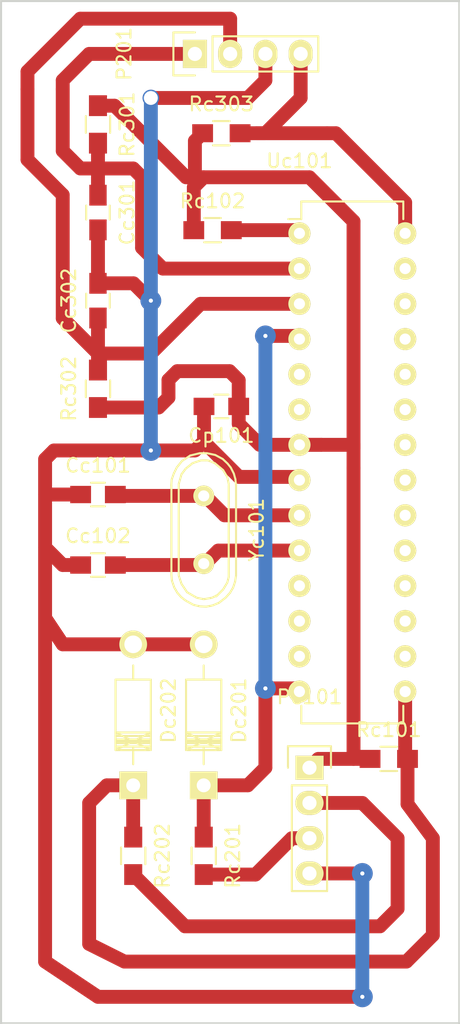
<source format=kicad_pcb>
(kicad_pcb (version 4) (host pcbnew 4.0.0-stable)

  (general
    (links 37)
    (no_connects 0)
    (area 125.654999 86.919999 158.825001 160.730001)
    (thickness 1.6)
    (drawings 4)
    (tracks 149)
    (zones 0)
    (modules 18)
    (nets 30)
  )

  (page A4)
  (layers
    (0 F.Cu signal)
    (31 B.Cu signal)
    (32 B.Adhes user hide)
    (33 F.Adhes user)
    (34 B.Paste user hide)
    (35 F.Paste user)
    (36 B.SilkS user hide)
    (37 F.SilkS user)
    (38 B.Mask user hide)
    (39 F.Mask user)
    (40 Dwgs.User user)
    (41 Cmts.User user)
    (42 Eco1.User user)
    (43 Eco2.User user)
    (44 Edge.Cuts user)
    (45 Margin user)
    (46 B.CrtYd user)
    (47 F.CrtYd user)
    (48 B.Fab user hide)
    (49 F.Fab user)
  )

  (setup
    (last_trace_width 1)
    (trace_clearance 1)
    (zone_clearance 0.508)
    (zone_45_only no)
    (trace_min 0.2)
    (segment_width 0.2)
    (edge_width 0.15)
    (via_size 1.5)
    (via_drill 0.3)
    (via_min_size 0.4)
    (via_min_drill 0.3)
    (uvia_size 0.3)
    (uvia_drill 0.1)
    (uvias_allowed no)
    (uvia_min_size 0.2)
    (uvia_min_drill 0.1)
    (pcb_text_width 0.3)
    (pcb_text_size 1.5 1.5)
    (mod_edge_width 0.15)
    (mod_text_size 1 1)
    (mod_text_width 0.15)
    (pad_size 1.524 1.524)
    (pad_drill 0.762)
    (pad_to_mask_clearance 0.2)
    (aux_axis_origin 0 0)
    (grid_origin 125.095 83.82)
    (visible_elements 7FFFFFFF)
    (pcbplotparams
      (layerselection 0x00030_80000001)
      (usegerberextensions false)
      (excludeedgelayer true)
      (linewidth 0.100000)
      (plotframeref false)
      (viasonmask false)
      (mode 1)
      (useauxorigin false)
      (hpglpennumber 1)
      (hpglpenspeed 20)
      (hpglpendiameter 15)
      (hpglpenoverlay 2)
      (psnegative false)
      (psa4output false)
      (plotreference true)
      (plotvalue true)
      (plotinvisibletext false)
      (padsonsilk false)
      (subtractmaskfromsilk false)
      (outputformat 1)
      (mirror false)
      (drillshape 0)
      (scaleselection 1)
      (outputdirectory C:/Users/thesi/Desktop/))
  )

  (net 0 "")
  (net 1 "Net-(Rc102-Pad2)")
  (net 2 "Net-(Cc301-Pad1)")
  (net 3 "Net-(Cc302-Pad1)")
  (net 4 "Net-(Dc201-Pad1)")
  (net 5 "Net-(Uc101-Pad5)")
  (net 6 "Net-(Uc101-Pad6)")
  (net 7 VCC)
  (net 8 GND)
  (net 9 "Net-(Cc101-Pad2)")
  (net 10 "Net-(Cc102-Pad2)")
  (net 11 "Net-(Uc101-Pad11)")
  (net 12 "Net-(Uc101-Pad12)")
  (net 13 "Net-(Uc101-Pad13)")
  (net 14 "Net-(Dc202-Pad1)")
  (net 15 "Net-(Uc101-Pad16)")
  (net 16 "Net-(Uc101-Pad17)")
  (net 17 "Net-(Uc101-Pad18)")
  (net 18 "Net-(Uc101-Pad19)")
  (net 19 "Net-(Uc101-Pad20)")
  (net 20 "Net-(Uc101-Pad21)")
  (net 21 "Net-(Uc101-Pad22)")
  (net 22 "Net-(Uc101-Pad23)")
  (net 23 "Net-(Uc101-Pad24)")
  (net 24 "Net-(Uc101-Pad25)")
  (net 25 "Net-(Uc101-Pad26)")
  (net 26 "Net-(Uc101-Pad27)")
  (net 27 "Net-(P201-Pad4)")
  (net 28 "Net-(Pc101-Pad2)")
  (net 29 "Net-(Pc101-Pad3)")

  (net_class Default "This is the default net class."
    (clearance 1)
    (trace_width 1)
    (via_dia 1.5)
    (via_drill 0.3)
    (uvia_dia 0.3)
    (uvia_drill 0.1)
    (add_net GND)
    (add_net "Net-(Cc101-Pad2)")
    (add_net "Net-(Cc102-Pad2)")
    (add_net "Net-(Cc301-Pad1)")
    (add_net "Net-(Cc302-Pad1)")
    (add_net "Net-(Dc201-Pad1)")
    (add_net "Net-(Dc202-Pad1)")
    (add_net "Net-(P201-Pad4)")
    (add_net "Net-(Pc101-Pad2)")
    (add_net "Net-(Pc101-Pad3)")
    (add_net "Net-(Rc102-Pad2)")
    (add_net "Net-(Uc101-Pad11)")
    (add_net "Net-(Uc101-Pad12)")
    (add_net "Net-(Uc101-Pad13)")
    (add_net "Net-(Uc101-Pad16)")
    (add_net "Net-(Uc101-Pad17)")
    (add_net "Net-(Uc101-Pad18)")
    (add_net "Net-(Uc101-Pad19)")
    (add_net "Net-(Uc101-Pad20)")
    (add_net "Net-(Uc101-Pad21)")
    (add_net "Net-(Uc101-Pad22)")
    (add_net "Net-(Uc101-Pad23)")
    (add_net "Net-(Uc101-Pad24)")
    (add_net "Net-(Uc101-Pad25)")
    (add_net "Net-(Uc101-Pad26)")
    (add_net "Net-(Uc101-Pad27)")
    (add_net "Net-(Uc101-Pad5)")
    (add_net "Net-(Uc101-Pad6)")
    (add_net VCC)
  )

  (module DIP-28_W7.62mm (layer F.Cu) (tedit 54130A77) (tstamp 57174B46)
    (at 147.2311 103.7336)
    (descr "28-lead dip package, row spacing 7.62 mm (300 mils)")
    (tags "dil dip 2.54 300")
    (path /57172233)
    (fp_text reference Uc101 (at 0 -5.22) (layer F.SilkS)
      (effects (font (size 1 1) (thickness 0.15)))
    )
    (fp_text value ATMEGA328P-P (at 0 -3.72) (layer F.Fab)
      (effects (font (size 1 1) (thickness 0.15)))
    )
    (fp_line (start -1.05 -2.45) (end -1.05 35.5) (layer F.CrtYd) (width 0.05))
    (fp_line (start 8.65 -2.45) (end 8.65 35.5) (layer F.CrtYd) (width 0.05))
    (fp_line (start -1.05 -2.45) (end 8.65 -2.45) (layer F.CrtYd) (width 0.05))
    (fp_line (start -1.05 35.5) (end 8.65 35.5) (layer F.CrtYd) (width 0.05))
    (fp_line (start 0.135 -2.295) (end 0.135 -1.025) (layer F.SilkS) (width 0.15))
    (fp_line (start 7.485 -2.295) (end 7.485 -1.025) (layer F.SilkS) (width 0.15))
    (fp_line (start 7.485 35.315) (end 7.485 34.045) (layer F.SilkS) (width 0.15))
    (fp_line (start 0.135 35.315) (end 0.135 34.045) (layer F.SilkS) (width 0.15))
    (fp_line (start 0.135 -2.295) (end 7.485 -2.295) (layer F.SilkS) (width 0.15))
    (fp_line (start 0.135 35.315) (end 7.485 35.315) (layer F.SilkS) (width 0.15))
    (fp_line (start 0.135 -1.025) (end -0.8 -1.025) (layer F.SilkS) (width 0.15))
    (pad 1 thru_hole oval (at 0 0) (size 1.6 1.6) (drill 0.8) (layers *.Cu *.Mask F.SilkS)
      (net 1 "Net-(Rc102-Pad2)"))
    (pad 2 thru_hole oval (at 0 2.54) (size 1.6 1.6) (drill 0.8) (layers *.Cu *.Mask F.SilkS)
      (net 2 "Net-(Cc301-Pad1)"))
    (pad 3 thru_hole oval (at 0 5.08) (size 1.6 1.6) (drill 0.8) (layers *.Cu *.Mask F.SilkS)
      (net 3 "Net-(Cc302-Pad1)"))
    (pad 4 thru_hole oval (at 0 7.62) (size 1.6 1.6) (drill 0.8) (layers *.Cu *.Mask F.SilkS)
      (net 4 "Net-(Dc201-Pad1)"))
    (pad 5 thru_hole oval (at 0 10.16) (size 1.6 1.6) (drill 0.8) (layers *.Cu *.Mask F.SilkS)
      (net 5 "Net-(Uc101-Pad5)"))
    (pad 6 thru_hole oval (at 0 12.7) (size 1.6 1.6) (drill 0.8) (layers *.Cu *.Mask F.SilkS)
      (net 6 "Net-(Uc101-Pad6)"))
    (pad 7 thru_hole oval (at 0 15.24) (size 1.6 1.6) (drill 0.8) (layers *.Cu *.Mask F.SilkS)
      (net 7 VCC))
    (pad 8 thru_hole oval (at 0 17.78) (size 1.6 1.6) (drill 0.8) (layers *.Cu *.Mask F.SilkS)
      (net 8 GND))
    (pad 9 thru_hole oval (at 0 20.32) (size 1.6 1.6) (drill 0.8) (layers *.Cu *.Mask F.SilkS)
      (net 9 "Net-(Cc101-Pad2)"))
    (pad 10 thru_hole oval (at 0 22.86) (size 1.6 1.6) (drill 0.8) (layers *.Cu *.Mask F.SilkS)
      (net 10 "Net-(Cc102-Pad2)"))
    (pad 11 thru_hole oval (at 0 25.4) (size 1.6 1.6) (drill 0.8) (layers *.Cu *.Mask F.SilkS)
      (net 11 "Net-(Uc101-Pad11)"))
    (pad 12 thru_hole oval (at 0 27.94) (size 1.6 1.6) (drill 0.8) (layers *.Cu *.Mask F.SilkS)
      (net 12 "Net-(Uc101-Pad12)"))
    (pad 13 thru_hole oval (at 0 30.48) (size 1.6 1.6) (drill 0.8) (layers *.Cu *.Mask F.SilkS)
      (net 13 "Net-(Uc101-Pad13)"))
    (pad 14 thru_hole oval (at 0 33.02) (size 1.6 1.6) (drill 0.8) (layers *.Cu *.Mask F.SilkS)
      (net 4 "Net-(Dc201-Pad1)"))
    (pad 15 thru_hole oval (at 7.62 33.02) (size 1.6 1.6) (drill 0.8) (layers *.Cu *.Mask F.SilkS)
      (net 14 "Net-(Dc202-Pad1)"))
    (pad 16 thru_hole oval (at 7.62 30.48) (size 1.6 1.6) (drill 0.8) (layers *.Cu *.Mask F.SilkS)
      (net 15 "Net-(Uc101-Pad16)"))
    (pad 17 thru_hole oval (at 7.62 27.94) (size 1.6 1.6) (drill 0.8) (layers *.Cu *.Mask F.SilkS)
      (net 16 "Net-(Uc101-Pad17)"))
    (pad 18 thru_hole oval (at 7.62 25.4) (size 1.6 1.6) (drill 0.8) (layers *.Cu *.Mask F.SilkS)
      (net 17 "Net-(Uc101-Pad18)"))
    (pad 19 thru_hole oval (at 7.62 22.86) (size 1.6 1.6) (drill 0.8) (layers *.Cu *.Mask F.SilkS)
      (net 18 "Net-(Uc101-Pad19)"))
    (pad 20 thru_hole oval (at 7.62 20.32) (size 1.6 1.6) (drill 0.8) (layers *.Cu *.Mask F.SilkS)
      (net 19 "Net-(Uc101-Pad20)"))
    (pad 21 thru_hole oval (at 7.62 17.78) (size 1.6 1.6) (drill 0.8) (layers *.Cu *.Mask F.SilkS)
      (net 20 "Net-(Uc101-Pad21)"))
    (pad 22 thru_hole oval (at 7.62 15.24) (size 1.6 1.6) (drill 0.8) (layers *.Cu *.Mask F.SilkS)
      (net 21 "Net-(Uc101-Pad22)"))
    (pad 23 thru_hole oval (at 7.62 12.7) (size 1.6 1.6) (drill 0.8) (layers *.Cu *.Mask F.SilkS)
      (net 22 "Net-(Uc101-Pad23)"))
    (pad 24 thru_hole oval (at 7.62 10.16) (size 1.6 1.6) (drill 0.8) (layers *.Cu *.Mask F.SilkS)
      (net 23 "Net-(Uc101-Pad24)"))
    (pad 25 thru_hole oval (at 7.62 7.62) (size 1.6 1.6) (drill 0.8) (layers *.Cu *.Mask F.SilkS)
      (net 24 "Net-(Uc101-Pad25)"))
    (pad 26 thru_hole oval (at 7.62 5.08) (size 1.6 1.6) (drill 0.8) (layers *.Cu *.Mask F.SilkS)
      (net 25 "Net-(Uc101-Pad26)"))
    (pad 27 thru_hole oval (at 7.62 2.54) (size 1.6 1.6) (drill 0.8) (layers *.Cu *.Mask F.SilkS)
      (net 26 "Net-(Uc101-Pad27)"))
    (pad 28 thru_hole oval (at 7.62 0) (size 1.6 1.6) (drill 0.8) (layers *.Cu *.Mask F.SilkS)
      (net 27 "Net-(P201-Pad4)"))
    (model Housings_DIP.3dshapes/DIP-28_W7.62mm.wrl
      (at (xyz 0 0 0))
      (scale (xyz 1 1 1))
      (rotate (xyz 0 0 0))
    )
  )

  (module Capacitors_SMD:C_0805_HandSoldering (layer F.Cu) (tedit 541A9B8D) (tstamp 57175403)
    (at 132.715 122.555)
    (descr "Capacitor SMD 0805, hand soldering")
    (tags "capacitor 0805")
    (path /57172761)
    (attr smd)
    (fp_text reference Cc101 (at 0 -2.1) (layer F.SilkS)
      (effects (font (size 1 1) (thickness 0.15)))
    )
    (fp_text value 22pF (at 0 2.1) (layer F.Fab)
      (effects (font (size 1 1) (thickness 0.15)))
    )
    (fp_line (start -2.3 -1) (end 2.3 -1) (layer F.CrtYd) (width 0.05))
    (fp_line (start -2.3 1) (end 2.3 1) (layer F.CrtYd) (width 0.05))
    (fp_line (start -2.3 -1) (end -2.3 1) (layer F.CrtYd) (width 0.05))
    (fp_line (start 2.3 -1) (end 2.3 1) (layer F.CrtYd) (width 0.05))
    (fp_line (start 0.5 -0.85) (end -0.5 -0.85) (layer F.SilkS) (width 0.15))
    (fp_line (start -0.5 0.85) (end 0.5 0.85) (layer F.SilkS) (width 0.15))
    (pad 1 smd rect (at -1.25 0) (size 1.5 1.25) (layers F.Cu F.Paste F.Mask)
      (net 8 GND))
    (pad 2 smd rect (at 1.25 0) (size 1.5 1.25) (layers F.Cu F.Paste F.Mask)
      (net 9 "Net-(Cc101-Pad2)"))
    (model Capacitors_SMD.3dshapes/C_0805_HandSoldering.wrl
      (at (xyz 0 0 0))
      (scale (xyz 1 1 1))
      (rotate (xyz 0 0 0))
    )
  )

  (module Capacitors_SMD:C_0805_HandSoldering (layer F.Cu) (tedit 541A9B8D) (tstamp 5717540F)
    (at 132.715 102.235 270)
    (descr "Capacitor SMD 0805, hand soldering")
    (tags "capacitor 0805")
    (path /57179101)
    (attr smd)
    (fp_text reference Cc301 (at 0 -2.1 270) (layer F.SilkS)
      (effects (font (size 1 1) (thickness 0.15)))
    )
    (fp_text value 1uF (at 0 2.1 270) (layer F.Fab)
      (effects (font (size 1 1) (thickness 0.15)))
    )
    (fp_line (start -2.3 -1) (end 2.3 -1) (layer F.CrtYd) (width 0.05))
    (fp_line (start -2.3 1) (end 2.3 1) (layer F.CrtYd) (width 0.05))
    (fp_line (start -2.3 -1) (end -2.3 1) (layer F.CrtYd) (width 0.05))
    (fp_line (start 2.3 -1) (end 2.3 1) (layer F.CrtYd) (width 0.05))
    (fp_line (start 0.5 -0.85) (end -0.5 -0.85) (layer F.SilkS) (width 0.15))
    (fp_line (start -0.5 0.85) (end 0.5 0.85) (layer F.SilkS) (width 0.15))
    (pad 1 smd rect (at -1.25 0 270) (size 1.5 1.25) (layers F.Cu F.Paste F.Mask)
      (net 2 "Net-(Cc301-Pad1)"))
    (pad 2 smd rect (at 1.25 0 270) (size 1.5 1.25) (layers F.Cu F.Paste F.Mask)
      (net 8 GND))
    (model Capacitors_SMD.3dshapes/C_0805_HandSoldering.wrl
      (at (xyz 0 0 0))
      (scale (xyz 1 1 1))
      (rotate (xyz 0 0 0))
    )
  )

  (module Capacitors_SMD:C_0805_HandSoldering (layer F.Cu) (tedit 541A9B8D) (tstamp 5717541B)
    (at 132.715 108.585 90)
    (descr "Capacitor SMD 0805, hand soldering")
    (tags "capacitor 0805")
    (path /57179162)
    (attr smd)
    (fp_text reference Cc302 (at 0 -2.1 90) (layer F.SilkS)
      (effects (font (size 1 1) (thickness 0.15)))
    )
    (fp_text value 1uF (at 0 2.1 90) (layer F.Fab)
      (effects (font (size 1 1) (thickness 0.15)))
    )
    (fp_line (start -2.3 -1) (end 2.3 -1) (layer F.CrtYd) (width 0.05))
    (fp_line (start -2.3 1) (end 2.3 1) (layer F.CrtYd) (width 0.05))
    (fp_line (start -2.3 -1) (end -2.3 1) (layer F.CrtYd) (width 0.05))
    (fp_line (start 2.3 -1) (end 2.3 1) (layer F.CrtYd) (width 0.05))
    (fp_line (start 0.5 -0.85) (end -0.5 -0.85) (layer F.SilkS) (width 0.15))
    (fp_line (start -0.5 0.85) (end 0.5 0.85) (layer F.SilkS) (width 0.15))
    (pad 1 smd rect (at -1.25 0 90) (size 1.5 1.25) (layers F.Cu F.Paste F.Mask)
      (net 3 "Net-(Cc302-Pad1)"))
    (pad 2 smd rect (at 1.25 0 90) (size 1.5 1.25) (layers F.Cu F.Paste F.Mask)
      (net 8 GND))
    (model Capacitors_SMD.3dshapes/C_0805_HandSoldering.wrl
      (at (xyz 0 0 0))
      (scale (xyz 1 1 1))
      (rotate (xyz 0 0 0))
    )
  )

  (module Diodes_ThroughHole:Diode_DO-41_SOD81_Horizontal_RM10 (layer F.Cu) (tedit 552FFCCE) (tstamp 5717546A)
    (at 140.335 143.51 90)
    (descr "Diode, DO-41, SOD81, Horizontal, RM 10mm,")
    (tags "Diode, DO-41, SOD81, Horizontal, RM 10mm, 1N4007, SB140,")
    (path /57174D77)
    (fp_text reference Dc201 (at 5.38734 2.53746 90) (layer F.SilkS)
      (effects (font (size 1 1) (thickness 0.15)))
    )
    (fp_text value 3V6 (at 4.37134 -3.55854 90) (layer F.Fab)
      (effects (font (size 1 1) (thickness 0.15)))
    )
    (fp_line (start 7.62 -0.00254) (end 8.636 -0.00254) (layer F.SilkS) (width 0.15))
    (fp_line (start 2.794 -0.00254) (end 1.524 -0.00254) (layer F.SilkS) (width 0.15))
    (fp_line (start 3.048 -1.27254) (end 3.048 1.26746) (layer F.SilkS) (width 0.15))
    (fp_line (start 3.302 -1.27254) (end 3.302 1.26746) (layer F.SilkS) (width 0.15))
    (fp_line (start 3.556 -1.27254) (end 3.556 1.26746) (layer F.SilkS) (width 0.15))
    (fp_line (start 2.794 -1.27254) (end 2.794 1.26746) (layer F.SilkS) (width 0.15))
    (fp_line (start 3.81 -1.27254) (end 2.54 1.26746) (layer F.SilkS) (width 0.15))
    (fp_line (start 2.54 -1.27254) (end 3.81 1.26746) (layer F.SilkS) (width 0.15))
    (fp_line (start 3.81 -1.27254) (end 3.81 1.26746) (layer F.SilkS) (width 0.15))
    (fp_line (start 3.175 -1.27254) (end 3.175 1.26746) (layer F.SilkS) (width 0.15))
    (fp_line (start 2.54 1.26746) (end 2.54 -1.27254) (layer F.SilkS) (width 0.15))
    (fp_line (start 2.54 -1.27254) (end 7.62 -1.27254) (layer F.SilkS) (width 0.15))
    (fp_line (start 7.62 -1.27254) (end 7.62 1.26746) (layer F.SilkS) (width 0.15))
    (fp_line (start 7.62 1.26746) (end 2.54 1.26746) (layer F.SilkS) (width 0.15))
    (pad 2 thru_hole circle (at 10.16 -0.00254 270) (size 1.99898 1.99898) (drill 1.27) (layers *.Cu *.Mask F.SilkS)
      (net 8 GND))
    (pad 1 thru_hole rect (at 0 -0.00254 270) (size 1.99898 1.99898) (drill 1.00076) (layers *.Cu *.Mask F.SilkS)
      (net 4 "Net-(Dc201-Pad1)"))
  )

  (module Diodes_ThroughHole:Diode_DO-41_SOD81_Horizontal_RM10 (layer F.Cu) (tedit 552FFCCE) (tstamp 5717547E)
    (at 135.255 143.51 90)
    (descr "Diode, DO-41, SOD81, Horizontal, RM 10mm,")
    (tags "Diode, DO-41, SOD81, Horizontal, RM 10mm, 1N4007, SB140,")
    (path /57174D26)
    (fp_text reference Dc202 (at 5.38734 2.53746 90) (layer F.SilkS)
      (effects (font (size 1 1) (thickness 0.15)))
    )
    (fp_text value 3V6 (at 4.37134 -3.55854 90) (layer F.Fab)
      (effects (font (size 1 1) (thickness 0.15)))
    )
    (fp_line (start 7.62 -0.00254) (end 8.636 -0.00254) (layer F.SilkS) (width 0.15))
    (fp_line (start 2.794 -0.00254) (end 1.524 -0.00254) (layer F.SilkS) (width 0.15))
    (fp_line (start 3.048 -1.27254) (end 3.048 1.26746) (layer F.SilkS) (width 0.15))
    (fp_line (start 3.302 -1.27254) (end 3.302 1.26746) (layer F.SilkS) (width 0.15))
    (fp_line (start 3.556 -1.27254) (end 3.556 1.26746) (layer F.SilkS) (width 0.15))
    (fp_line (start 2.794 -1.27254) (end 2.794 1.26746) (layer F.SilkS) (width 0.15))
    (fp_line (start 3.81 -1.27254) (end 2.54 1.26746) (layer F.SilkS) (width 0.15))
    (fp_line (start 2.54 -1.27254) (end 3.81 1.26746) (layer F.SilkS) (width 0.15))
    (fp_line (start 3.81 -1.27254) (end 3.81 1.26746) (layer F.SilkS) (width 0.15))
    (fp_line (start 3.175 -1.27254) (end 3.175 1.26746) (layer F.SilkS) (width 0.15))
    (fp_line (start 2.54 1.26746) (end 2.54 -1.27254) (layer F.SilkS) (width 0.15))
    (fp_line (start 2.54 -1.27254) (end 7.62 -1.27254) (layer F.SilkS) (width 0.15))
    (fp_line (start 7.62 -1.27254) (end 7.62 1.26746) (layer F.SilkS) (width 0.15))
    (fp_line (start 7.62 1.26746) (end 2.54 1.26746) (layer F.SilkS) (width 0.15))
    (pad 2 thru_hole circle (at 10.16 -0.00254 270) (size 1.99898 1.99898) (drill 1.27) (layers *.Cu *.Mask F.SilkS)
      (net 8 GND))
    (pad 1 thru_hole rect (at 0 -0.00254 270) (size 1.99898 1.99898) (drill 1.00076) (layers *.Cu *.Mask F.SilkS)
      (net 14 "Net-(Dc202-Pad1)"))
  )

  (module Resistors_SMD:R_0805_HandSoldering (layer F.Cu) (tedit 54189DEE) (tstamp 571754B2)
    (at 153.67 141.605)
    (descr "Resistor SMD 0805, hand soldering")
    (tags "resistor 0805")
    (path /5717300B)
    (attr smd)
    (fp_text reference Rc101 (at 0 -2.1) (layer F.SilkS)
      (effects (font (size 1 1) (thickness 0.15)))
    )
    (fp_text value 2k (at 0 2.1) (layer F.Fab)
      (effects (font (size 1 1) (thickness 0.15)))
    )
    (fp_line (start -2.4 -1) (end 2.4 -1) (layer F.CrtYd) (width 0.05))
    (fp_line (start -2.4 1) (end 2.4 1) (layer F.CrtYd) (width 0.05))
    (fp_line (start -2.4 -1) (end -2.4 1) (layer F.CrtYd) (width 0.05))
    (fp_line (start 2.4 -1) (end 2.4 1) (layer F.CrtYd) (width 0.05))
    (fp_line (start 0.6 0.875) (end -0.6 0.875) (layer F.SilkS) (width 0.15))
    (fp_line (start -0.6 -0.875) (end 0.6 -0.875) (layer F.SilkS) (width 0.15))
    (pad 1 smd rect (at -1.35 0) (size 1.5 1.3) (layers F.Cu F.Paste F.Mask)
      (net 7 VCC))
    (pad 2 smd rect (at 1.35 0) (size 1.5 1.3) (layers F.Cu F.Paste F.Mask)
      (net 14 "Net-(Dc202-Pad1)"))
    (model Resistors_SMD.3dshapes/R_0805_HandSoldering.wrl
      (at (xyz 0 0 0))
      (scale (xyz 1 1 1))
      (rotate (xyz 0 0 0))
    )
  )

  (module Resistors_SMD:R_0805_HandSoldering (layer F.Cu) (tedit 54189DEE) (tstamp 571754BE)
    (at 140.97 103.505)
    (descr "Resistor SMD 0805, hand soldering")
    (tags "resistor 0805")
    (path /57173A44)
    (attr smd)
    (fp_text reference Rc102 (at 0 -2.1) (layer F.SilkS)
      (effects (font (size 1 1) (thickness 0.15)))
    )
    (fp_text value 2k (at 0 2.1) (layer F.Fab)
      (effects (font (size 1 1) (thickness 0.15)))
    )
    (fp_line (start -2.4 -1) (end 2.4 -1) (layer F.CrtYd) (width 0.05))
    (fp_line (start -2.4 1) (end 2.4 1) (layer F.CrtYd) (width 0.05))
    (fp_line (start -2.4 -1) (end -2.4 1) (layer F.CrtYd) (width 0.05))
    (fp_line (start 2.4 -1) (end 2.4 1) (layer F.CrtYd) (width 0.05))
    (fp_line (start 0.6 0.875) (end -0.6 0.875) (layer F.SilkS) (width 0.15))
    (fp_line (start -0.6 -0.875) (end 0.6 -0.875) (layer F.SilkS) (width 0.15))
    (pad 1 smd rect (at -1.35 0) (size 1.5 1.3) (layers F.Cu F.Paste F.Mask)
      (net 7 VCC))
    (pad 2 smd rect (at 1.35 0) (size 1.5 1.3) (layers F.Cu F.Paste F.Mask)
      (net 1 "Net-(Rc102-Pad2)"))
    (model Resistors_SMD.3dshapes/R_0805_HandSoldering.wrl
      (at (xyz 0 0 0))
      (scale (xyz 1 1 1))
      (rotate (xyz 0 0 0))
    )
  )

  (module Resistors_SMD:R_0805_HandSoldering (layer F.Cu) (tedit 54189DEE) (tstamp 571754CA)
    (at 132.715 95.885 270)
    (descr "Resistor SMD 0805, hand soldering")
    (tags "resistor 0805")
    (path /57179070)
    (attr smd)
    (fp_text reference Rc301 (at 0 -2.1 270) (layer F.SilkS)
      (effects (font (size 1 1) (thickness 0.15)))
    )
    (fp_text value 2k (at 0 2.1 270) (layer F.Fab)
      (effects (font (size 1 1) (thickness 0.15)))
    )
    (fp_line (start -2.4 -1) (end 2.4 -1) (layer F.CrtYd) (width 0.05))
    (fp_line (start -2.4 1) (end 2.4 1) (layer F.CrtYd) (width 0.05))
    (fp_line (start -2.4 -1) (end -2.4 1) (layer F.CrtYd) (width 0.05))
    (fp_line (start 2.4 -1) (end 2.4 1) (layer F.CrtYd) (width 0.05))
    (fp_line (start 0.6 0.875) (end -0.6 0.875) (layer F.SilkS) (width 0.15))
    (fp_line (start -0.6 -0.875) (end 0.6 -0.875) (layer F.SilkS) (width 0.15))
    (pad 1 smd rect (at -1.35 0 270) (size 1.5 1.3) (layers F.Cu F.Paste F.Mask)
      (net 7 VCC))
    (pad 2 smd rect (at 1.35 0 270) (size 1.5 1.3) (layers F.Cu F.Paste F.Mask)
      (net 2 "Net-(Cc301-Pad1)"))
    (model Resistors_SMD.3dshapes/R_0805_HandSoldering.wrl
      (at (xyz 0 0 0))
      (scale (xyz 1 1 1))
      (rotate (xyz 0 0 0))
    )
  )

  (module Resistors_SMD:R_0805_HandSoldering (layer F.Cu) (tedit 54189DEE) (tstamp 571754D6)
    (at 132.715 114.935 90)
    (descr "Resistor SMD 0805, hand soldering")
    (tags "resistor 0805")
    (path /571790BF)
    (attr smd)
    (fp_text reference Rc302 (at 0 -2.1 90) (layer F.SilkS)
      (effects (font (size 1 1) (thickness 0.15)))
    )
    (fp_text value 2k (at 0 2.1 90) (layer F.Fab)
      (effects (font (size 1 1) (thickness 0.15)))
    )
    (fp_line (start -2.4 -1) (end 2.4 -1) (layer F.CrtYd) (width 0.05))
    (fp_line (start -2.4 1) (end 2.4 1) (layer F.CrtYd) (width 0.05))
    (fp_line (start -2.4 -1) (end -2.4 1) (layer F.CrtYd) (width 0.05))
    (fp_line (start 2.4 -1) (end 2.4 1) (layer F.CrtYd) (width 0.05))
    (fp_line (start 0.6 0.875) (end -0.6 0.875) (layer F.SilkS) (width 0.15))
    (fp_line (start -0.6 -0.875) (end 0.6 -0.875) (layer F.SilkS) (width 0.15))
    (pad 1 smd rect (at -1.35 0 90) (size 1.5 1.3) (layers F.Cu F.Paste F.Mask)
      (net 7 VCC))
    (pad 2 smd rect (at 1.35 0 90) (size 1.5 1.3) (layers F.Cu F.Paste F.Mask)
      (net 3 "Net-(Cc302-Pad1)"))
    (model Resistors_SMD.3dshapes/R_0805_HandSoldering.wrl
      (at (xyz 0 0 0))
      (scale (xyz 1 1 1))
      (rotate (xyz 0 0 0))
    )
  )

  (module Crystals:Crystal_HC49-U_Vertical (layer F.Cu) (tedit 0) (tstamp 5717550F)
    (at 140.335 125.095 270)
    (descr "Crystal Quarz HC49/U vertical stehend")
    (tags "Crystal Quarz HC49/U vertical stehend")
    (path /5717269F)
    (fp_text reference Yc101 (at 0 -3.81 270) (layer F.SilkS)
      (effects (font (size 1 1) (thickness 0.15)))
    )
    (fp_text value Crystal (at 0 3.81 270) (layer F.Fab)
      (effects (font (size 1 1) (thickness 0.15)))
    )
    (fp_line (start 4.699 -1.00076) (end 4.89966 -0.59944) (layer F.SilkS) (width 0.15))
    (fp_line (start 4.89966 -0.59944) (end 5.00126 0) (layer F.SilkS) (width 0.15))
    (fp_line (start 5.00126 0) (end 4.89966 0.50038) (layer F.SilkS) (width 0.15))
    (fp_line (start 4.89966 0.50038) (end 4.50088 1.19888) (layer F.SilkS) (width 0.15))
    (fp_line (start 4.50088 1.19888) (end 3.8989 1.6002) (layer F.SilkS) (width 0.15))
    (fp_line (start 3.8989 1.6002) (end 3.29946 1.80086) (layer F.SilkS) (width 0.15))
    (fp_line (start 3.29946 1.80086) (end -3.29946 1.80086) (layer F.SilkS) (width 0.15))
    (fp_line (start -3.29946 1.80086) (end -4.0005 1.6002) (layer F.SilkS) (width 0.15))
    (fp_line (start -4.0005 1.6002) (end -4.39928 1.30048) (layer F.SilkS) (width 0.15))
    (fp_line (start -4.39928 1.30048) (end -4.8006 0.8001) (layer F.SilkS) (width 0.15))
    (fp_line (start -4.8006 0.8001) (end -5.00126 0.20066) (layer F.SilkS) (width 0.15))
    (fp_line (start -5.00126 0.20066) (end -5.00126 -0.29972) (layer F.SilkS) (width 0.15))
    (fp_line (start -5.00126 -0.29972) (end -4.8006 -0.8001) (layer F.SilkS) (width 0.15))
    (fp_line (start -4.8006 -0.8001) (end -4.30022 -1.39954) (layer F.SilkS) (width 0.15))
    (fp_line (start -4.30022 -1.39954) (end -3.79984 -1.69926) (layer F.SilkS) (width 0.15))
    (fp_line (start -3.79984 -1.69926) (end -3.29946 -1.80086) (layer F.SilkS) (width 0.15))
    (fp_line (start -3.2004 -1.80086) (end 3.40106 -1.80086) (layer F.SilkS) (width 0.15))
    (fp_line (start 3.40106 -1.80086) (end 3.79984 -1.69926) (layer F.SilkS) (width 0.15))
    (fp_line (start 3.79984 -1.69926) (end 4.30022 -1.39954) (layer F.SilkS) (width 0.15))
    (fp_line (start 4.30022 -1.39954) (end 4.8006 -0.89916) (layer F.SilkS) (width 0.15))
    (fp_line (start -3.19024 -2.32918) (end -3.64998 -2.28092) (layer F.SilkS) (width 0.15))
    (fp_line (start -3.64998 -2.28092) (end -4.04876 -2.16916) (layer F.SilkS) (width 0.15))
    (fp_line (start -4.04876 -2.16916) (end -4.48056 -1.95072) (layer F.SilkS) (width 0.15))
    (fp_line (start -4.48056 -1.95072) (end -4.77012 -1.71958) (layer F.SilkS) (width 0.15))
    (fp_line (start -4.77012 -1.71958) (end -5.10032 -1.36906) (layer F.SilkS) (width 0.15))
    (fp_line (start -5.10032 -1.36906) (end -5.38988 -0.83058) (layer F.SilkS) (width 0.15))
    (fp_line (start -5.38988 -0.83058) (end -5.51942 -0.23114) (layer F.SilkS) (width 0.15))
    (fp_line (start -5.51942 -0.23114) (end -5.51942 0.2794) (layer F.SilkS) (width 0.15))
    (fp_line (start -5.51942 0.2794) (end -5.34924 0.98044) (layer F.SilkS) (width 0.15))
    (fp_line (start -5.34924 0.98044) (end -4.95046 1.56972) (layer F.SilkS) (width 0.15))
    (fp_line (start -4.95046 1.56972) (end -4.49072 1.94056) (layer F.SilkS) (width 0.15))
    (fp_line (start -4.49072 1.94056) (end -4.06908 2.14884) (layer F.SilkS) (width 0.15))
    (fp_line (start -4.06908 2.14884) (end -3.6195 2.30886) (layer F.SilkS) (width 0.15))
    (fp_line (start -3.6195 2.30886) (end -3.18008 2.33934) (layer F.SilkS) (width 0.15))
    (fp_line (start 4.16052 2.1209) (end 4.53898 1.89992) (layer F.SilkS) (width 0.15))
    (fp_line (start 4.53898 1.89992) (end 4.85902 1.62052) (layer F.SilkS) (width 0.15))
    (fp_line (start 4.85902 1.62052) (end 5.11048 1.29032) (layer F.SilkS) (width 0.15))
    (fp_line (start 5.11048 1.29032) (end 5.4102 0.73914) (layer F.SilkS) (width 0.15))
    (fp_line (start 5.4102 0.73914) (end 5.51942 0.26924) (layer F.SilkS) (width 0.15))
    (fp_line (start 5.51942 0.26924) (end 5.53974 -0.1905) (layer F.SilkS) (width 0.15))
    (fp_line (start 5.53974 -0.1905) (end 5.45084 -0.65024) (layer F.SilkS) (width 0.15))
    (fp_line (start 5.45084 -0.65024) (end 5.26034 -1.09982) (layer F.SilkS) (width 0.15))
    (fp_line (start 5.26034 -1.09982) (end 4.89966 -1.56972) (layer F.SilkS) (width 0.15))
    (fp_line (start 4.89966 -1.56972) (end 4.54914 -1.88976) (layer F.SilkS) (width 0.15))
    (fp_line (start 4.54914 -1.88976) (end 4.16052 -2.1209) (layer F.SilkS) (width 0.15))
    (fp_line (start 4.16052 -2.1209) (end 3.73126 -2.2606) (layer F.SilkS) (width 0.15))
    (fp_line (start 3.73126 -2.2606) (end 3.2893 -2.32918) (layer F.SilkS) (width 0.15))
    (fp_line (start -3.2004 2.32918) (end 3.2512 2.32918) (layer F.SilkS) (width 0.15))
    (fp_line (start 3.2512 2.32918) (end 3.6703 2.29108) (layer F.SilkS) (width 0.15))
    (fp_line (start 3.6703 2.29108) (end 4.16052 2.1209) (layer F.SilkS) (width 0.15))
    (fp_line (start -3.2004 -2.32918) (end 3.2512 -2.32918) (layer F.SilkS) (width 0.15))
    (pad 1 thru_hole circle (at -2.44094 0 270) (size 1.50114 1.50114) (drill 0.8001) (layers *.Cu *.Mask F.SilkS)
      (net 9 "Net-(Cc101-Pad2)"))
    (pad 2 thru_hole circle (at 2.44094 0 270) (size 1.50114 1.50114) (drill 0.8001) (layers *.Cu *.Mask F.SilkS)
      (net 10 "Net-(Cc102-Pad2)"))
  )

  (module Capacitors_SMD:C_0805_HandSoldering (layer F.Cu) (tedit 541A9B8D) (tstamp 57175594)
    (at 132.715 127.635)
    (descr "Capacitor SMD 0805, hand soldering")
    (tags "capacitor 0805")
    (path /571726FC)
    (attr smd)
    (fp_text reference Cc102 (at 0 -2.1) (layer F.SilkS)
      (effects (font (size 1 1) (thickness 0.15)))
    )
    (fp_text value 22pF (at 0 2.1) (layer F.Fab)
      (effects (font (size 1 1) (thickness 0.15)))
    )
    (fp_line (start -2.3 -1) (end 2.3 -1) (layer F.CrtYd) (width 0.05))
    (fp_line (start -2.3 1) (end 2.3 1) (layer F.CrtYd) (width 0.05))
    (fp_line (start -2.3 -1) (end -2.3 1) (layer F.CrtYd) (width 0.05))
    (fp_line (start 2.3 -1) (end 2.3 1) (layer F.CrtYd) (width 0.05))
    (fp_line (start 0.5 -0.85) (end -0.5 -0.85) (layer F.SilkS) (width 0.15))
    (fp_line (start -0.5 0.85) (end 0.5 0.85) (layer F.SilkS) (width 0.15))
    (pad 1 smd rect (at -1.25 0) (size 1.5 1.25) (layers F.Cu F.Paste F.Mask)
      (net 8 GND))
    (pad 2 smd rect (at 1.25 0) (size 1.5 1.25) (layers F.Cu F.Paste F.Mask)
      (net 10 "Net-(Cc102-Pad2)"))
    (model Capacitors_SMD.3dshapes/C_0805_HandSoldering.wrl
      (at (xyz 0 0 0))
      (scale (xyz 1 1 1))
      (rotate (xyz 0 0 0))
    )
  )

  (module Resistors_SMD:R_0805_HandSoldering (layer F.Cu) (tedit 54189DEE) (tstamp 571755A0)
    (at 140.335 148.59 270)
    (descr "Resistor SMD 0805, hand soldering")
    (tags "resistor 0805")
    (path /57174C73)
    (attr smd)
    (fp_text reference Rc201 (at 0 -2.1 270) (layer F.SilkS)
      (effects (font (size 1 1) (thickness 0.15)))
    )
    (fp_text value 47R (at 0 2.1 270) (layer F.Fab)
      (effects (font (size 1 1) (thickness 0.15)))
    )
    (fp_line (start -2.4 -1) (end 2.4 -1) (layer F.CrtYd) (width 0.05))
    (fp_line (start -2.4 1) (end 2.4 1) (layer F.CrtYd) (width 0.05))
    (fp_line (start -2.4 -1) (end -2.4 1) (layer F.CrtYd) (width 0.05))
    (fp_line (start 2.4 -1) (end 2.4 1) (layer F.CrtYd) (width 0.05))
    (fp_line (start 0.6 0.875) (end -0.6 0.875) (layer F.SilkS) (width 0.15))
    (fp_line (start -0.6 -0.875) (end 0.6 -0.875) (layer F.SilkS) (width 0.15))
    (pad 1 smd rect (at -1.35 0 270) (size 1.5 1.3) (layers F.Cu F.Paste F.Mask)
      (net 4 "Net-(Dc201-Pad1)"))
    (pad 2 smd rect (at 1.35 0 270) (size 1.5 1.3) (layers F.Cu F.Paste F.Mask)
      (net 29 "Net-(Pc101-Pad3)"))
    (model Resistors_SMD.3dshapes/R_0805_HandSoldering.wrl
      (at (xyz 0 0 0))
      (scale (xyz 1 1 1))
      (rotate (xyz 0 0 0))
    )
  )

  (module Resistors_SMD:R_0805_HandSoldering (layer F.Cu) (tedit 54189DEE) (tstamp 571755AC)
    (at 135.255 148.59 270)
    (descr "Resistor SMD 0805, hand soldering")
    (tags "resistor 0805")
    (path /57174C9C)
    (attr smd)
    (fp_text reference Rc202 (at 0 -2.1 270) (layer F.SilkS)
      (effects (font (size 1 1) (thickness 0.15)))
    )
    (fp_text value 47R (at 0 2.1 270) (layer F.Fab)
      (effects (font (size 1 1) (thickness 0.15)))
    )
    (fp_line (start -2.4 -1) (end 2.4 -1) (layer F.CrtYd) (width 0.05))
    (fp_line (start -2.4 1) (end 2.4 1) (layer F.CrtYd) (width 0.05))
    (fp_line (start -2.4 -1) (end -2.4 1) (layer F.CrtYd) (width 0.05))
    (fp_line (start 2.4 -1) (end 2.4 1) (layer F.CrtYd) (width 0.05))
    (fp_line (start 0.6 0.875) (end -0.6 0.875) (layer F.SilkS) (width 0.15))
    (fp_line (start -0.6 -0.875) (end 0.6 -0.875) (layer F.SilkS) (width 0.15))
    (pad 1 smd rect (at -1.35 0 270) (size 1.5 1.3) (layers F.Cu F.Paste F.Mask)
      (net 14 "Net-(Dc202-Pad1)"))
    (pad 2 smd rect (at 1.35 0 270) (size 1.5 1.3) (layers F.Cu F.Paste F.Mask)
      (net 28 "Net-(Pc101-Pad2)"))
    (model Resistors_SMD.3dshapes/R_0805_HandSoldering.wrl
      (at (xyz 0 0 0))
      (scale (xyz 1 1 1))
      (rotate (xyz 0 0 0))
    )
  )

  (module Capacitors_SMD:C_0805_HandSoldering (layer F.Cu) (tedit 541A9B8D) (tstamp 57175456)
    (at 141.605 116.205 180)
    (descr "Capacitor SMD 0805, hand soldering")
    (tags "capacitor 0805")
    (path /57172A8E)
    (attr smd)
    (fp_text reference Cp101 (at 0 -2.1 180) (layer F.SilkS)
      (effects (font (size 1 1) (thickness 0.15)))
    )
    (fp_text value 10uF (at 0 2.1 180) (layer F.Fab)
      (effects (font (size 1 1) (thickness 0.15)))
    )
    (fp_line (start -2.3 -1) (end 2.3 -1) (layer F.CrtYd) (width 0.05))
    (fp_line (start -2.3 1) (end 2.3 1) (layer F.CrtYd) (width 0.05))
    (fp_line (start -2.3 -1) (end -2.3 1) (layer F.CrtYd) (width 0.05))
    (fp_line (start 2.3 -1) (end 2.3 1) (layer F.CrtYd) (width 0.05))
    (fp_line (start 0.5 -0.85) (end -0.5 -0.85) (layer F.SilkS) (width 0.15))
    (fp_line (start -0.5 0.85) (end 0.5 0.85) (layer F.SilkS) (width 0.15))
    (pad 1 smd rect (at -1.25 0 180) (size 1.5 1.25) (layers F.Cu F.Paste F.Mask)
      (net 7 VCC))
    (pad 2 smd rect (at 1.25 0 180) (size 1.5 1.25) (layers F.Cu F.Paste F.Mask)
      (net 8 GND))
    (model Capacitors_SMD.3dshapes/C_0805_HandSoldering.wrl
      (at (xyz 0 0 0))
      (scale (xyz 1 1 1))
      (rotate (xyz 0 0 0))
    )
  )

  (module Pin_Headers:Pin_Header_Straight_1x04 (layer F.Cu) (tedit 0) (tstamp 571754A6)
    (at 147.955 142.24)
    (descr "Through hole pin header")
    (tags "pin header")
    (path /57174189)
    (fp_text reference Pc101 (at 0 -5.1) (layer F.SilkS)
      (effects (font (size 1 1) (thickness 0.15)))
    )
    (fp_text value USB (at 0 -3.1) (layer F.Fab)
      (effects (font (size 1 1) (thickness 0.15)))
    )
    (fp_line (start -1.75 -1.75) (end -1.75 9.4) (layer F.CrtYd) (width 0.05))
    (fp_line (start 1.75 -1.75) (end 1.75 9.4) (layer F.CrtYd) (width 0.05))
    (fp_line (start -1.75 -1.75) (end 1.75 -1.75) (layer F.CrtYd) (width 0.05))
    (fp_line (start -1.75 9.4) (end 1.75 9.4) (layer F.CrtYd) (width 0.05))
    (fp_line (start -1.27 1.27) (end -1.27 8.89) (layer F.SilkS) (width 0.15))
    (fp_line (start 1.27 1.27) (end 1.27 8.89) (layer F.SilkS) (width 0.15))
    (fp_line (start 1.55 -1.55) (end 1.55 0) (layer F.SilkS) (width 0.15))
    (fp_line (start -1.27 8.89) (end 1.27 8.89) (layer F.SilkS) (width 0.15))
    (fp_line (start 1.27 1.27) (end -1.27 1.27) (layer F.SilkS) (width 0.15))
    (fp_line (start -1.55 0) (end -1.55 -1.55) (layer F.SilkS) (width 0.15))
    (fp_line (start -1.55 -1.55) (end 1.55 -1.55) (layer F.SilkS) (width 0.15))
    (pad 1 thru_hole rect (at 0 0) (size 2.032 1.7272) (drill 1.016) (layers *.Cu *.Mask F.SilkS)
      (net 7 VCC))
    (pad 2 thru_hole oval (at 0 2.54) (size 2.032 1.7272) (drill 1.016) (layers *.Cu *.Mask F.SilkS)
      (net 28 "Net-(Pc101-Pad2)"))
    (pad 3 thru_hole oval (at 0 5.08) (size 2.032 1.7272) (drill 1.016) (layers *.Cu *.Mask F.SilkS)
      (net 29 "Net-(Pc101-Pad3)"))
    (pad 4 thru_hole oval (at 0 7.62) (size 2.032 1.7272) (drill 1.016) (layers *.Cu *.Mask F.SilkS)
      (net 8 GND))
    (model Pin_Headers.3dshapes/Pin_Header_Straight_1x04.wrl
      (at (xyz 0 -0.15 0))
      (scale (xyz 1 1 1))
      (rotate (xyz 0 0 90))
    )
  )

  (module Pin_Headers:Pin_Header_Straight_1x04 (layer F.Cu) (tedit 0) (tstamp 57175492)
    (at 139.7 90.805 90)
    (descr "Through hole pin header")
    (tags "pin header")
    (path /571766A5)
    (fp_text reference P201 (at 0 -5.1 90) (layer F.SilkS)
      (effects (font (size 1 1) (thickness 0.15)))
    )
    (fp_text value "ROT ENC" (at 0 -3.1 90) (layer F.Fab)
      (effects (font (size 1 1) (thickness 0.15)))
    )
    (fp_line (start -1.75 -1.75) (end -1.75 9.4) (layer F.CrtYd) (width 0.05))
    (fp_line (start 1.75 -1.75) (end 1.75 9.4) (layer F.CrtYd) (width 0.05))
    (fp_line (start -1.75 -1.75) (end 1.75 -1.75) (layer F.CrtYd) (width 0.05))
    (fp_line (start -1.75 9.4) (end 1.75 9.4) (layer F.CrtYd) (width 0.05))
    (fp_line (start -1.27 1.27) (end -1.27 8.89) (layer F.SilkS) (width 0.15))
    (fp_line (start 1.27 1.27) (end 1.27 8.89) (layer F.SilkS) (width 0.15))
    (fp_line (start 1.55 -1.55) (end 1.55 0) (layer F.SilkS) (width 0.15))
    (fp_line (start -1.27 8.89) (end 1.27 8.89) (layer F.SilkS) (width 0.15))
    (fp_line (start 1.27 1.27) (end -1.27 1.27) (layer F.SilkS) (width 0.15))
    (fp_line (start -1.55 0) (end -1.55 -1.55) (layer F.SilkS) (width 0.15))
    (fp_line (start -1.55 -1.55) (end 1.55 -1.55) (layer F.SilkS) (width 0.15))
    (pad 1 thru_hole rect (at 0 0 90) (size 2.032 1.7272) (drill 1.016) (layers *.Cu *.Mask F.SilkS)
      (net 2 "Net-(Cc301-Pad1)"))
    (pad 2 thru_hole oval (at 0 2.54 90) (size 2.032 1.7272) (drill 1.016) (layers *.Cu *.Mask F.SilkS)
      (net 3 "Net-(Cc302-Pad1)"))
    (pad 3 thru_hole oval (at 0 5.08 90) (size 2.032 1.7272) (drill 1.016) (layers *.Cu *.Mask F.SilkS)
      (net 8 GND))
    (pad 4 thru_hole oval (at 0 7.62 90) (size 2.032 1.7272) (drill 1.016) (layers *.Cu *.Mask F.SilkS)
      (net 27 "Net-(P201-Pad4)"))
    (model Pin_Headers.3dshapes/Pin_Header_Straight_1x04.wrl
      (at (xyz 0 -0.15 0))
      (scale (xyz 1 1 1))
      (rotate (xyz 0 0 90))
    )
  )

  (module Resistors_SMD:R_0805_HandSoldering (layer F.Cu) (tedit 54189DEE) (tstamp 571858E0)
    (at 141.605 96.52)
    (descr "Resistor SMD 0805, hand soldering")
    (tags "resistor 0805")
    (path /57185BFE)
    (attr smd)
    (fp_text reference Rc303 (at 0 -2.1) (layer F.SilkS)
      (effects (font (size 1 1) (thickness 0.15)))
    )
    (fp_text value 2k (at 0 2.1) (layer F.Fab)
      (effects (font (size 1 1) (thickness 0.15)))
    )
    (fp_line (start -2.4 -1) (end 2.4 -1) (layer F.CrtYd) (width 0.05))
    (fp_line (start -2.4 1) (end 2.4 1) (layer F.CrtYd) (width 0.05))
    (fp_line (start -2.4 -1) (end -2.4 1) (layer F.CrtYd) (width 0.05))
    (fp_line (start 2.4 -1) (end 2.4 1) (layer F.CrtYd) (width 0.05))
    (fp_line (start 0.6 0.875) (end -0.6 0.875) (layer F.SilkS) (width 0.15))
    (fp_line (start -0.6 -0.875) (end 0.6 -0.875) (layer F.SilkS) (width 0.15))
    (pad 1 smd rect (at -1.35 0) (size 1.5 1.3) (layers F.Cu F.Paste F.Mask)
      (net 7 VCC))
    (pad 2 smd rect (at 1.35 0) (size 1.5 1.3) (layers F.Cu F.Paste F.Mask)
      (net 27 "Net-(P201-Pad4)"))
    (model Resistors_SMD.3dshapes/R_0805_HandSoldering.wrl
      (at (xyz 0 0 0))
      (scale (xyz 1 1 1))
      (rotate (xyz 0 0 0))
    )
  )

  (gr_line (start 125.73 160.655) (end 125.73 86.995) (angle 90) (layer Edge.Cuts) (width 0.15))
  (gr_line (start 158.75 160.655) (end 125.73 160.655) (angle 90) (layer Edge.Cuts) (width 0.15))
  (gr_line (start 158.75 86.995) (end 158.75 160.655) (angle 90) (layer Edge.Cuts) (width 0.15))
  (gr_line (start 125.73 86.995) (end 158.75 86.995) (angle 90) (layer Edge.Cuts) (width 0.15))

  (segment (start 142.32 103.505) (end 147.0025 103.505) (width 1) (layer F.Cu) (net 1))
  (segment (start 147.0025 103.505) (end 147.2311 103.7336) (width 1) (layer F.Cu) (net 1) (tstamp 5717D5A5))
  (segment (start 130.175 93.345) (end 130.175 92.71) (width 1) (layer F.Cu) (net 2))
  (segment (start 131.445 99.06) (end 130.81 98.425) (width 1) (layer F.Cu) (net 2) (tstamp 57184E44))
  (segment (start 130.81 98.425) (end 130.175 97.79) (width 1) (layer F.Cu) (net 2) (tstamp 57184E47))
  (segment (start 130.175 97.79) (end 130.175 93.345) (width 1) (layer F.Cu) (net 2) (tstamp 57184E49))
  (segment (start 132.715 99.06) (end 131.445 99.06) (width 1) (layer F.Cu) (net 2))
  (segment (start 132.08 90.805) (end 139.7 90.805) (width 1) (layer F.Cu) (net 2) (tstamp 57185B1A))
  (segment (start 130.175 92.71) (end 132.08 90.805) (width 1) (layer F.Cu) (net 2) (tstamp 57185B18))
  (segment (start 132.715 99.06) (end 135.255 99.06) (width 1) (layer F.Cu) (net 2))
  (segment (start 137.3886 106.2736) (end 147.2311 106.2736) (width 1) (layer F.Cu) (net 2) (tstamp 5717DCC2))
  (segment (start 135.89 104.775) (end 137.3886 106.2736) (width 1) (layer F.Cu) (net 2) (tstamp 5717DCBD))
  (segment (start 135.89 99.695) (end 135.89 104.775) (width 1) (layer F.Cu) (net 2) (tstamp 5717DCB8))
  (segment (start 135.255 99.06) (end 135.89 99.695) (width 1) (layer F.Cu) (net 2) (tstamp 5717DCB7))
  (segment (start 132.715 97.235) (end 132.715 99.06) (width 1) (layer F.Cu) (net 2))
  (segment (start 132.715 99.06) (end 132.715 100.985) (width 1) (layer F.Cu) (net 2) (tstamp 5717DCB5))
  (segment (start 127.635 92.075) (end 131.445 88.265) (width 1) (layer F.Cu) (net 3))
  (segment (start 130.175 100.965) (end 127.635 98.425) (width 1) (layer F.Cu) (net 3) (tstamp 57184E5D))
  (segment (start 127.635 98.425) (end 127.635 93.345) (width 1) (layer F.Cu) (net 3) (tstamp 57184E5F))
  (segment (start 127.635 93.345) (end 127.635 92.075) (width 1) (layer F.Cu) (net 3) (tstamp 57184E6C))
  (segment (start 132.715 112.395) (end 130.175 109.855) (width 1) (layer F.Cu) (net 3) (tstamp 5717DD9C))
  (segment (start 130.175 109.855) (end 130.175 100.965) (width 1) (layer F.Cu) (net 3))
  (segment (start 142.24 88.265) (end 142.24 90.805) (width 1) (layer F.Cu) (net 3) (tstamp 57185B2F))
  (segment (start 131.445 88.265) (end 142.24 88.265) (width 1) (layer F.Cu) (net 3) (tstamp 57185B2B))
  (segment (start 132.715 112.395) (end 136.525 112.395) (width 1) (layer F.Cu) (net 3))
  (segment (start 140.1064 108.8136) (end 147.2311 108.8136) (width 1) (layer F.Cu) (net 3) (tstamp 5717E01B))
  (segment (start 136.525 112.395) (end 140.1064 108.8136) (width 1) (layer F.Cu) (net 3) (tstamp 5717E015))
  (segment (start 132.715 112.395) (end 132.715 112.395) (width 1) (layer F.Cu) (net 3) (tstamp 5717E013))
  (segment (start 132.715 109.835) (end 132.715 112.395) (width 1) (layer F.Cu) (net 3))
  (segment (start 132.715 112.395) (end 132.715 113.585) (width 1) (layer F.Cu) (net 3) (tstamp 5717DDA2))
  (segment (start 140.33246 143.51) (end 140.33246 147.23746) (width 1) (layer F.Cu) (net 4) (status 20))
  (segment (start 140.33246 147.23746) (end 140.335 147.24) (width 1) (layer F.Cu) (net 4) (tstamp 5718516C) (status 30))
  (segment (start 140.33246 143.51) (end 143.51 143.51) (width 1) (layer F.Cu) (net 4))
  (segment (start 144.78 142.24) (end 144.78 136.525) (width 1) (layer F.Cu) (net 4) (tstamp 5718512B))
  (segment (start 143.51 143.51) (end 144.78 142.24) (width 1) (layer F.Cu) (net 4) (tstamp 5718512A))
  (segment (start 147.0025 136.525) (end 144.78 136.525) (width 1) (layer F.Cu) (net 4))
  (via (at 144.78 111.125) (size 1.5) (drill 0.3) (layers F.Cu B.Cu) (net 4))
  (segment (start 144.78 136.525) (end 144.78 111.125) (width 1) (layer B.Cu) (net 4) (tstamp 5717D81B))
  (via (at 144.78 136.525) (size 1.5) (drill 0.3) (layers F.Cu B.Cu) (net 4))
  (segment (start 144.78 111.125) (end 147.0025 111.125) (width 1) (layer F.Cu) (net 4))
  (segment (start 147.0025 136.525) (end 147.2311 136.7536) (width 1) (layer F.Cu) (net 4) (tstamp 5717DFA5))
  (segment (start 147.0025 111.125) (end 147.2311 111.3536) (width 1) (layer F.Cu) (net 4) (tstamp 5717DF96))
  (segment (start 151.13 141.605) (end 148.59 141.605) (width 1) (layer F.Cu) (net 7))
  (segment (start 148.59 141.605) (end 147.955 142.24) (width 1) (layer F.Cu) (net 7) (tstamp 5718615A))
  (segment (start 151.13 139.145) (end 151.13 141.605) (width 1) (layer F.Cu) (net 7))
  (segment (start 151.13 118.9736) (end 151.13 120.65) (width 1) (layer F.Cu) (net 7))
  (segment (start 151.13 120.65) (end 151.13 139.145) (width 1) (layer F.Cu) (net 7) (tstamp 571853F4))
  (segment (start 151.13 141.605) (end 152.32 141.605) (width 1) (layer F.Cu) (net 7) (tstamp 57186156))
  (segment (start 148.8186 118.9736) (end 151.13 118.9736) (width 1) (layer F.Cu) (net 7))
  (segment (start 147.955 99.695) (end 140.335 99.695) (width 1) (layer F.Cu) (net 7) (tstamp 5717D866))
  (segment (start 147.955 99.695) (end 151.13 102.87) (width 1) (layer F.Cu) (net 7) (tstamp 5717D869))
  (segment (start 151.13 102.87) (end 151.13 119.2022) (width 1) (layer F.Cu) (net 7) (tstamp 5717D86C))
  (segment (start 151.13 118.9736) (end 151.13 119.2022) (width 1) (layer F.Cu) (net 7) (tstamp 5718613F))
  (segment (start 139.7 99.695) (end 139.7 97.075) (width 1) (layer F.Cu) (net 7) (status 20))
  (segment (start 139.7 97.075) (end 140.255 96.52) (width 1) (layer F.Cu) (net 7) (tstamp 571858F0) (status 30))
  (segment (start 140.335 99.695) (end 139.7 99.695) (width 1) (layer F.Cu) (net 7))
  (segment (start 139.7 99.695) (end 139.065 99.695) (width 1) (layer F.Cu) (net 7) (tstamp 571858EE))
  (segment (start 133.905 94.535) (end 132.715 94.535) (width 1) (layer F.Cu) (net 7) (tstamp 57184EC5))
  (segment (start 139.065 99.695) (end 133.905 94.535) (width 1) (layer F.Cu) (net 7) (tstamp 57184EC3))
  (segment (start 142.855 116.205) (end 142.855 114.32) (width 1) (layer F.Cu) (net 7))
  (segment (start 137.08 116.285) (end 132.715 116.285) (width 1) (layer F.Cu) (net 7) (tstamp 5717DC26))
  (segment (start 137.795 115.57) (end 137.08 116.285) (width 1) (layer F.Cu) (net 7) (tstamp 5717DC24))
  (segment (start 137.795 114.3) (end 137.795 115.57) (width 1) (layer F.Cu) (net 7) (tstamp 5717DC22))
  (segment (start 138.43 113.665) (end 137.795 114.3) (width 1) (layer F.Cu) (net 7) (tstamp 5717DC1E))
  (segment (start 142.2 113.665) (end 138.43 113.665) (width 1) (layer F.Cu) (net 7) (tstamp 5717DC1A))
  (segment (start 142.855 114.32) (end 142.2 113.665) (width 1) (layer F.Cu) (net 7) (tstamp 5717DC18))
  (segment (start 139.62 103.505) (end 139.62 100.41) (width 1) (layer F.Cu) (net 7))
  (segment (start 139.62 100.41) (end 140.335 99.695) (width 1) (layer F.Cu) (net 7) (tstamp 5717D860))
  (segment (start 142.855 116.205) (end 142.855 117.455) (width 1) (layer F.Cu) (net 7))
  (segment (start 144.3736 118.9736) (end 148.8186 118.9736) (width 1) (layer F.Cu) (net 7) (tstamp 5717D7C8))
  (segment (start 142.855 117.455) (end 144.3736 118.9736) (width 1) (layer F.Cu) (net 7) (tstamp 5717D7C6))
  (segment (start 147.2311 118.9736) (end 148.8186 118.9736) (width 1) (layer F.Cu) (net 7))
  (segment (start 136.525 93.98) (end 143.51 93.98) (width 1) (layer F.Cu) (net 8))
  (via (at 136.525 93.98) (size 1.2) (drill 1) (layers F.Cu B.Cu) (net 8))
  (segment (start 136.525 108.585) (end 136.525 93.98) (width 1) (layer B.Cu) (net 8))
  (segment (start 144.78 92.71) (end 144.78 90.805) (width 1) (layer F.Cu) (net 8) (tstamp 57185B03))
  (segment (start 143.51 93.98) (end 144.78 92.71) (width 1) (layer F.Cu) (net 8) (tstamp 57185B00))
  (segment (start 128.905 131.445) (end 128.905 156.21) (width 1) (layer F.Cu) (net 8))
  (segment (start 151.765 149.86) (end 147.955 149.86) (width 1) (layer F.Cu) (net 8) (tstamp 571855C2) (status 20))
  (via (at 151.765 149.86) (size 1.5) (drill 0.3) (layers F.Cu B.Cu) (net 8))
  (segment (start 151.765 158.75) (end 151.765 149.86) (width 1) (layer B.Cu) (net 8) (tstamp 571855BF))
  (via (at 151.765 158.75) (size 1.5) (drill 0.3) (layers F.Cu B.Cu) (net 8))
  (segment (start 132.715 158.75) (end 151.765 158.75) (width 1) (layer F.Cu) (net 8) (tstamp 571855B4))
  (segment (start 128.905 156.21) (end 132.715 158.75) (width 1) (layer F.Cu) (net 8) (tstamp 571855AD))
  (segment (start 140.355 118.725) (end 140.355 118.765) (width 1) (layer F.Cu) (net 8))
  (segment (start 142.875 121.285) (end 147.0025 121.285) (width 1) (layer F.Cu) (net 8) (tstamp 5718541F))
  (segment (start 140.355 118.765) (end 142.875 121.285) (width 1) (layer F.Cu) (net 8) (tstamp 5718541B))
  (segment (start 147.0025 121.285) (end 147.2311 121.5136) (width 1) (layer F.Cu) (net 8) (tstamp 57185421))
  (segment (start 135.25246 133.35) (end 140.33246 133.35) (width 1) (layer F.Cu) (net 8))
  (segment (start 128.905 126.365) (end 128.905 131.445) (width 1) (layer F.Cu) (net 8))
  (segment (start 130.175 133.35) (end 135.25246 133.35) (width 1) (layer F.Cu) (net 8) (tstamp 5718510D))
  (segment (start 128.905 131.445) (end 130.175 133.35) (width 1) (layer F.Cu) (net 8) (tstamp 5718510C))
  (segment (start 128.905 122.555) (end 131.465 122.555) (width 1) (layer F.Cu) (net 8))
  (segment (start 136.525 119.38) (end 129.54 119.38) (width 1) (layer F.Cu) (net 8))
  (segment (start 130.175 127.635) (end 131.465 127.635) (width 1) (layer F.Cu) (net 8) (tstamp 57185065))
  (segment (start 128.905 126.365) (end 130.175 127.635) (width 1) (layer F.Cu) (net 8) (tstamp 57185062))
  (segment (start 128.905 120.015) (end 128.905 122.555) (width 1) (layer F.Cu) (net 8) (tstamp 5718505D))
  (segment (start 128.905 122.555) (end 128.905 126.365) (width 1) (layer F.Cu) (net 8) (tstamp 57185068))
  (segment (start 129.54 119.38) (end 128.905 120.015) (width 1) (layer F.Cu) (net 8) (tstamp 57185059))
  (segment (start 132.715 107.335) (end 135.275 107.335) (width 1) (layer F.Cu) (net 8))
  (segment (start 140.355 118.725) (end 139.7 119.38) (width 1) (layer F.Cu) (net 8) (tstamp 5717DDDE))
  (segment (start 139.7 119.38) (end 136.525 119.38) (width 1) (layer F.Cu) (net 8) (tstamp 5717DDE5))
  (via (at 136.525 119.38) (size 1.5) (drill 0.3) (layers F.Cu B.Cu) (net 8))
  (segment (start 136.525 119.38) (end 136.525 108.585) (width 1) (layer B.Cu) (net 8) (tstamp 5717DDEA))
  (via (at 136.525 108.585) (size 1.5) (drill 0.3) (layers F.Cu B.Cu) (net 8))
  (segment (start 140.355 118.725) (end 140.355 116.205) (width 1) (layer F.Cu) (net 8))
  (segment (start 135.275 107.335) (end 136.525 108.585) (width 1) (layer F.Cu) (net 8) (tstamp 5717DFD4))
  (segment (start 132.715 103.485) (end 132.715 107.335) (width 1) (layer F.Cu) (net 8))
  (segment (start 140.335 122.65406) (end 140.43406 122.65406) (width 1) (layer F.Cu) (net 9))
  (segment (start 140.43406 122.65406) (end 141.8336 124.0536) (width 1) (layer F.Cu) (net 9) (tstamp 5717D3FC))
  (segment (start 141.8336 124.0536) (end 147.2311 124.0536) (width 1) (layer F.Cu) (net 9) (tstamp 5717D403))
  (segment (start 140.43406 122.65406) (end 134.06406 122.65406) (width 1) (layer F.Cu) (net 9) (tstamp 5717D39E))
  (segment (start 134.06406 122.65406) (end 133.965 122.555) (width 1) (layer F.Cu) (net 9) (tstamp 5717D3A0))
  (segment (start 133.965 127.635) (end 140.23594 127.635) (width 1) (layer F.Cu) (net 10))
  (segment (start 140.23594 127.635) (end 140.335 127.53594) (width 1) (layer F.Cu) (net 10) (tstamp 5717D438))
  (segment (start 140.335 127.53594) (end 140.43406 127.53594) (width 1) (layer F.Cu) (net 10))
  (segment (start 140.43406 127.53594) (end 141.3764 126.5936) (width 1) (layer F.Cu) (net 10) (tstamp 5717D42B))
  (segment (start 141.3764 126.5936) (end 147.2311 126.5936) (width 1) (layer F.Cu) (net 10) (tstamp 5717D430))
  (segment (start 156.845 154.305) (end 154.94 156.21) (width 1) (layer F.Cu) (net 14))
  (segment (start 156.845 147.32) (end 155.02 144.86) (width 1) (layer F.Cu) (net 14) (tstamp 57185CF7))
  (segment (start 155.02 141.605) (end 155.02 144.86) (width 1) (layer F.Cu) (net 14) (tstamp 57185CFC))
  (segment (start 133.35 143.51) (end 135.25246 143.51) (width 1) (layer F.Cu) (net 14) (tstamp 5718552D))
  (segment (start 132.08 144.78) (end 133.35 143.51) (width 1) (layer F.Cu) (net 14) (tstamp 57185529))
  (segment (start 132.08 154.94) (end 132.08 144.78) (width 1) (layer F.Cu) (net 14) (tstamp 57185522))
  (segment (start 134.62 156.21) (end 132.08 154.94) (width 1) (layer F.Cu) (net 14) (tstamp 5718551F))
  (segment (start 154.94 156.21) (end 134.62 156.21) (width 1) (layer F.Cu) (net 14) (tstamp 5718551D))
  (segment (start 156.845 154.305) (end 156.845 147.32) (width 1) (layer F.Cu) (net 14))
  (segment (start 154.8511 136.7536) (end 154.8511 141.4361) (width 1) (layer F.Cu) (net 14))
  (segment (start 154.8511 141.4361) (end 155.02 141.605) (width 1) (layer F.Cu) (net 14) (tstamp 571853C7))
  (segment (start 135.25246 143.51) (end 135.25246 147.23746) (width 1) (layer F.Cu) (net 14) (status 20))
  (segment (start 135.25246 147.23746) (end 135.255 147.24) (width 1) (layer F.Cu) (net 14) (tstamp 57185170) (status 30))
  (segment (start 149.225 96.52) (end 149.86 96.52) (width 1) (layer F.Cu) (net 27))
  (segment (start 144.145 96.52) (end 149.225 96.52) (width 1) (layer F.Cu) (net 27) (tstamp 57185B08))
  (segment (start 154.8511 101.5111) (end 154.8511 103.7336) (width 1) (layer F.Cu) (net 27) (tstamp 57186112))
  (segment (start 149.86 96.52) (end 154.8511 101.5111) (width 1) (layer F.Cu) (net 27) (tstamp 57186109))
  (segment (start 144.145 96.52) (end 144.78 96.52) (width 1) (layer F.Cu) (net 27))
  (segment (start 147.32 93.98) (end 147.32 90.805) (width 1) (layer F.Cu) (net 27) (tstamp 57185B0B))
  (segment (start 144.78 96.52) (end 147.32 93.98) (width 1) (layer F.Cu) (net 27) (tstamp 57185B0A))
  (segment (start 142.955 96.52) (end 144.145 96.52) (width 1) (layer F.Cu) (net 27))
  (segment (start 154.8511 102.1461) (end 154.8511 103.7336) (width 1) (layer F.Cu) (net 27) (tstamp 57185AA1))
  (segment (start 147.955 144.78) (end 151.765 144.78) (width 1) (layer F.Cu) (net 28))
  (segment (start 138.985 153.67) (end 135.255 149.94) (width 1) (layer F.Cu) (net 28) (tstamp 57240861))
  (segment (start 153.035 153.67) (end 138.985 153.67) (width 1) (layer F.Cu) (net 28) (tstamp 5724085E))
  (segment (start 154.305 152.4) (end 153.035 153.67) (width 1) (layer F.Cu) (net 28) (tstamp 5724085A))
  (segment (start 154.305 147.32) (end 154.305 152.4) (width 1) (layer F.Cu) (net 28) (tstamp 57240853))
  (segment (start 151.765 144.78) (end 154.305 147.32) (width 1) (layer F.Cu) (net 28) (tstamp 5724084C))
  (segment (start 147.955 147.32) (end 146.685 147.32) (width 1) (layer F.Cu) (net 29))
  (segment (start 144.065 149.94) (end 140.335 149.94) (width 1) (layer F.Cu) (net 29) (tstamp 57240848))
  (segment (start 146.685 147.32) (end 144.065 149.94) (width 1) (layer F.Cu) (net 29) (tstamp 57240845))

)

</source>
